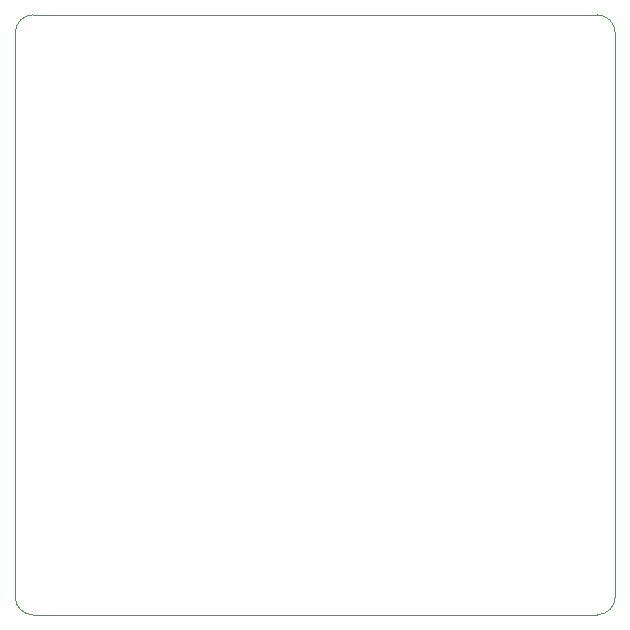
<source format=gbr>
G04 #@! TF.GenerationSoftware,KiCad,Pcbnew,5.1.5+dfsg1-2build2*
G04 #@! TF.CreationDate,2020-06-02T19:47:54-07:00*
G04 #@! TF.ProjectId,sram-cell,7372616d-2d63-4656-9c6c-2e6b69636164,rev?*
G04 #@! TF.SameCoordinates,Original*
G04 #@! TF.FileFunction,Profile,NP*
%FSLAX46Y46*%
G04 Gerber Fmt 4.6, Leading zero omitted, Abs format (unit mm)*
G04 Created by KiCad (PCBNEW 5.1.5+dfsg1-2build2) date 2020-06-02 19:47:54*
%MOMM*%
%LPD*%
G04 APERTURE LIST*
%ADD10C,0.025400*%
G04 APERTURE END LIST*
D10*
X128524000Y-127000000D02*
G75*
G02X127000000Y-125476000I0J1524000D01*
G01*
X177800000Y-125476000D02*
G75*
G02X176276000Y-127000000I-1524000J0D01*
G01*
X176276000Y-76200000D02*
G75*
G02X177800000Y-77724000I0J-1524000D01*
G01*
X127000000Y-77724000D02*
G75*
G02X128524000Y-76200000I1524000J0D01*
G01*
X127000000Y-125476000D02*
X127000000Y-77724000D01*
X176276000Y-127000000D02*
X128524000Y-127000000D01*
X177800000Y-77724000D02*
X177800000Y-125476000D01*
X128524000Y-76200000D02*
X176276000Y-76200000D01*
M02*

</source>
